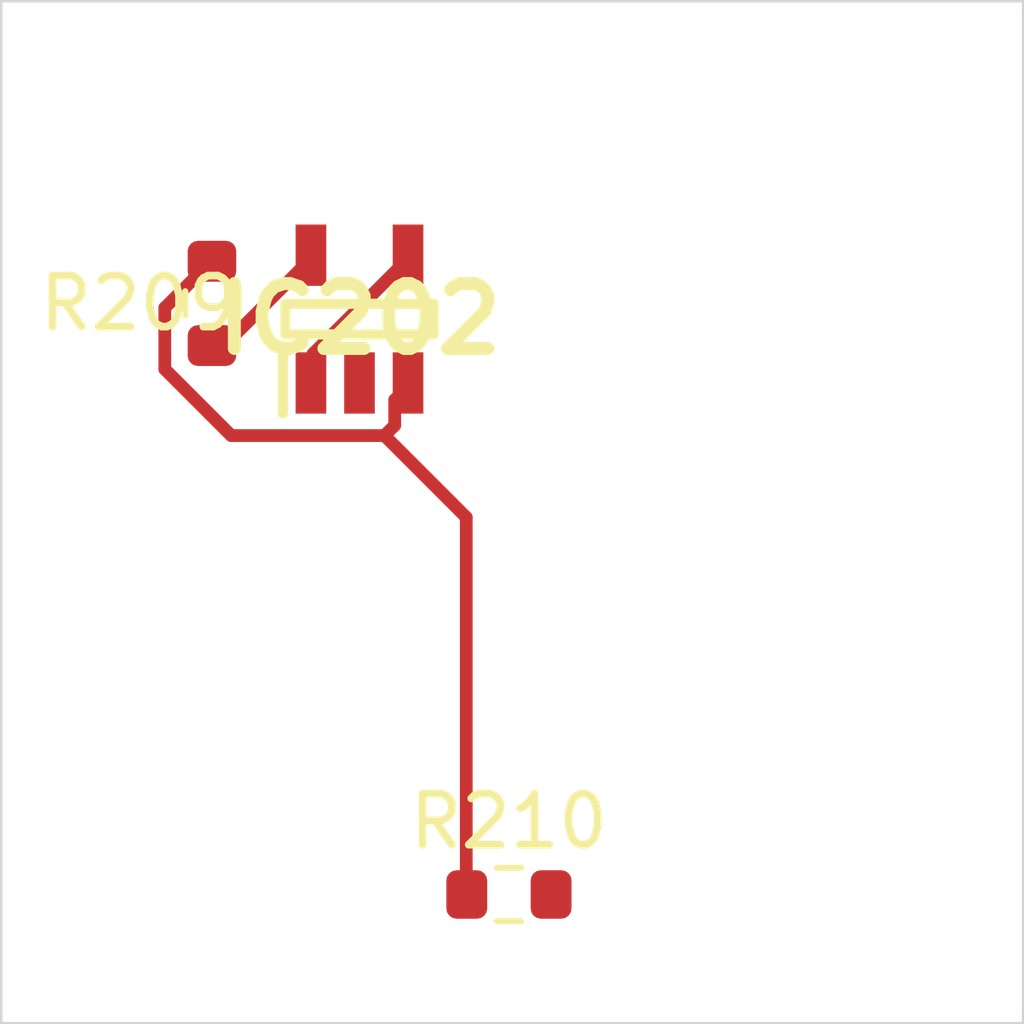
<source format=kicad_pcb>
 ( kicad_pcb  ( version 20171130 )
 ( host pcbnew 5.1.12-84ad8e8a86~92~ubuntu18.04.1 )
 ( general  ( thickness 1.6 )
 ( drawings 4 )
 ( tracks 0 )
 ( zones 0 )
 ( modules 3 )
 ( nets 5 )
)
 ( page A4 )
 ( layers  ( 0 F.Cu signal )
 ( 31 B.Cu signal )
 ( 32 B.Adhes user )
 ( 33 F.Adhes user )
 ( 34 B.Paste user )
 ( 35 F.Paste user )
 ( 36 B.SilkS user )
 ( 37 F.SilkS user )
 ( 38 B.Mask user )
 ( 39 F.Mask user )
 ( 40 Dwgs.User user )
 ( 41 Cmts.User user )
 ( 42 Eco1.User user )
 ( 43 Eco2.User user )
 ( 44 Edge.Cuts user )
 ( 45 Margin user )
 ( 46 B.CrtYd user )
 ( 47 F.CrtYd user )
 ( 48 B.Fab user )
 ( 49 F.Fab user )
)
 ( setup  ( last_trace_width 0.25 )
 ( trace_clearance 0.2 )
 ( zone_clearance 0.508 )
 ( zone_45_only no )
 ( trace_min 0.2 )
 ( via_size 0.8 )
 ( via_drill 0.4 )
 ( via_min_size 0.4 )
 ( via_min_drill 0.3 )
 ( uvia_size 0.3 )
 ( uvia_drill 0.1 )
 ( uvias_allowed no )
 ( uvia_min_size 0.2 )
 ( uvia_min_drill 0.1 )
 ( edge_width 0.05 )
 ( segment_width 0.2 )
 ( pcb_text_width 0.3 )
 ( pcb_text_size 1.5 1.5 )
 ( mod_edge_width 0.12 )
 ( mod_text_size 1 1 )
 ( mod_text_width 0.15 )
 ( pad_size 1.524 1.524 )
 ( pad_drill 0.762 )
 ( pad_to_mask_clearance 0 )
 ( aux_axis_origin 0 0 )
 ( visible_elements FFFFFF7F )
 ( pcbplotparams  ( layerselection 0x010fc_ffffffff )
 ( usegerberextensions false )
 ( usegerberattributes true )
 ( usegerberadvancedattributes true )
 ( creategerberjobfile true )
 ( excludeedgelayer true )
 ( linewidth 0.100000 )
 ( plotframeref false )
 ( viasonmask false )
 ( mode 1 )
 ( useauxorigin false )
 ( hpglpennumber 1 )
 ( hpglpenspeed 20 )
 ( hpglpendiameter 15.000000 )
 ( psnegative false )
 ( psa4output false )
 ( plotreference true )
 ( plotvalue true )
 ( plotinvisibletext false )
 ( padsonsilk false )
 ( subtractmaskfromsilk false )
 ( outputformat 1 )
 ( mirror false )
 ( drillshape 1 )
 ( scaleselection 1 )
 ( outputdirectory "" )
)
)
 ( net 0 "" )
 ( net 1 GND )
 ( net 2 VDDA )
 ( net 3 /Sheet6235D886/vp )
 ( net 4 "Net-(IC202-Pad3)" )
 ( net_class Default "This is the default net class."  ( clearance 0.2 )
 ( trace_width 0.25 )
 ( via_dia 0.8 )
 ( via_drill 0.4 )
 ( uvia_dia 0.3 )
 ( uvia_drill 0.1 )
 ( add_net /Sheet6235D886/vp )
 ( add_net GND )
 ( add_net "Net-(IC202-Pad3)" )
 ( add_net VDDA )
)
 ( module SOT95P280X145-5N locked  ( layer F.Cu )
 ( tedit 62336ED7 )
 ( tstamp 623423ED )
 ( at 87.010600 106.220000 90.000000 )
 ( descr DBV0005A )
 ( tags "Integrated Circuit" )
 ( path /6235D887/6266C08E )
 ( attr smd )
 ( fp_text reference IC202  ( at 0 0 )
 ( layer F.SilkS )
 ( effects  ( font  ( size 1.27 1.27 )
 ( thickness 0.254 )
)
)
)
 ( fp_text value TL071HIDBVR  ( at 0 0 )
 ( layer F.SilkS )
hide  ( effects  ( font  ( size 1.27 1.27 )
 ( thickness 0.254 )
)
)
)
 ( fp_line  ( start -1.85 -1.5 )
 ( end -0.65 -1.5 )
 ( layer F.SilkS )
 ( width 0.2 )
)
 ( fp_line  ( start -0.3 1.45 )
 ( end -0.3 -1.45 )
 ( layer F.SilkS )
 ( width 0.2 )
)
 ( fp_line  ( start 0.3 1.45 )
 ( end -0.3 1.45 )
 ( layer F.SilkS )
 ( width 0.2 )
)
 ( fp_line  ( start 0.3 -1.45 )
 ( end 0.3 1.45 )
 ( layer F.SilkS )
 ( width 0.2 )
)
 ( fp_line  ( start -0.3 -1.45 )
 ( end 0.3 -1.45 )
 ( layer F.SilkS )
 ( width 0.2 )
)
 ( fp_line  ( start -0.8 -0.5 )
 ( end 0.15 -1.45 )
 ( layer Dwgs.User )
 ( width 0.1 )
)
 ( fp_line  ( start -0.8 1.45 )
 ( end -0.8 -1.45 )
 ( layer Dwgs.User )
 ( width 0.1 )
)
 ( fp_line  ( start 0.8 1.45 )
 ( end -0.8 1.45 )
 ( layer Dwgs.User )
 ( width 0.1 )
)
 ( fp_line  ( start 0.8 -1.45 )
 ( end 0.8 1.45 )
 ( layer Dwgs.User )
 ( width 0.1 )
)
 ( fp_line  ( start -0.8 -1.45 )
 ( end 0.8 -1.45 )
 ( layer Dwgs.User )
 ( width 0.1 )
)
 ( fp_line  ( start -2.1 1.775 )
 ( end -2.1 -1.775 )
 ( layer Dwgs.User )
 ( width 0.05 )
)
 ( fp_line  ( start 2.1 1.775 )
 ( end -2.1 1.775 )
 ( layer Dwgs.User )
 ( width 0.05 )
)
 ( fp_line  ( start 2.1 -1.775 )
 ( end 2.1 1.775 )
 ( layer Dwgs.User )
 ( width 0.05 )
)
 ( fp_line  ( start -2.1 -1.775 )
 ( end 2.1 -1.775 )
 ( layer Dwgs.User )
 ( width 0.05 )
)
 ( pad 1 smd rect  ( at -1.25 -0.95 180.000000 )
 ( size 0.6 1.2 )
 ( layers F.Cu F.Mask F.Paste )
 ( net 3 /Sheet6235D886/vp )
)
 ( pad 2 smd rect  ( at -1.25 0 180.000000 )
 ( size 0.6 1.2 )
 ( layers F.Cu F.Mask F.Paste )
 ( net 1 GND )
)
 ( pad 3 smd rect  ( at -1.25 0.95 180.000000 )
 ( size 0.6 1.2 )
 ( layers F.Cu F.Mask F.Paste )
 ( net 4 "Net-(IC202-Pad3)" )
)
 ( pad 4 smd rect  ( at 1.25 0.95 180.000000 )
 ( size 0.6 1.2 )
 ( layers F.Cu F.Mask F.Paste )
 ( net 3 /Sheet6235D886/vp )
)
 ( pad 5 smd rect  ( at 1.25 -0.95 180.000000 )
 ( size 0.6 1.2 )
 ( layers F.Cu F.Mask F.Paste )
 ( net 2 VDDA )
)
)
 ( module Resistor_SMD:R_0603_1608Metric  ( layer F.Cu )
 ( tedit 5F68FEEE )
 ( tstamp 62342595 )
 ( at 84.123000 105.913000 90.000000 )
 ( descr "Resistor SMD 0603 (1608 Metric), square (rectangular) end terminal, IPC_7351 nominal, (Body size source: IPC-SM-782 page 72, https://www.pcb-3d.com/wordpress/wp-content/uploads/ipc-sm-782a_amendment_1_and_2.pdf), generated with kicad-footprint-generator" )
 ( tags resistor )
 ( path /6235D887/623CDBD9 )
 ( attr smd )
 ( fp_text reference R209  ( at 0 -1.43 )
 ( layer F.SilkS )
 ( effects  ( font  ( size 1 1 )
 ( thickness 0.15 )
)
)
)
 ( fp_text value 100k  ( at 0 1.43 )
 ( layer F.Fab )
 ( effects  ( font  ( size 1 1 )
 ( thickness 0.15 )
)
)
)
 ( fp_line  ( start -0.8 0.4125 )
 ( end -0.8 -0.4125 )
 ( layer F.Fab )
 ( width 0.1 )
)
 ( fp_line  ( start -0.8 -0.4125 )
 ( end 0.8 -0.4125 )
 ( layer F.Fab )
 ( width 0.1 )
)
 ( fp_line  ( start 0.8 -0.4125 )
 ( end 0.8 0.4125 )
 ( layer F.Fab )
 ( width 0.1 )
)
 ( fp_line  ( start 0.8 0.4125 )
 ( end -0.8 0.4125 )
 ( layer F.Fab )
 ( width 0.1 )
)
 ( fp_line  ( start -0.237258 -0.5225 )
 ( end 0.237258 -0.5225 )
 ( layer F.SilkS )
 ( width 0.12 )
)
 ( fp_line  ( start -0.237258 0.5225 )
 ( end 0.237258 0.5225 )
 ( layer F.SilkS )
 ( width 0.12 )
)
 ( fp_line  ( start -1.48 0.73 )
 ( end -1.48 -0.73 )
 ( layer F.CrtYd )
 ( width 0.05 )
)
 ( fp_line  ( start -1.48 -0.73 )
 ( end 1.48 -0.73 )
 ( layer F.CrtYd )
 ( width 0.05 )
)
 ( fp_line  ( start 1.48 -0.73 )
 ( end 1.48 0.73 )
 ( layer F.CrtYd )
 ( width 0.05 )
)
 ( fp_line  ( start 1.48 0.73 )
 ( end -1.48 0.73 )
 ( layer F.CrtYd )
 ( width 0.05 )
)
 ( fp_text user %R  ( at 0 0 )
 ( layer F.Fab )
 ( effects  ( font  ( size 0.4 0.4 )
 ( thickness 0.06 )
)
)
)
 ( pad 1 smd roundrect  ( at -0.825 0 90.000000 )
 ( size 0.8 0.95 )
 ( layers F.Cu F.Mask F.Paste )
 ( roundrect_rratio 0.25 )
 ( net 2 VDDA )
)
 ( pad 2 smd roundrect  ( at 0.825 0 90.000000 )
 ( size 0.8 0.95 )
 ( layers F.Cu F.Mask F.Paste )
 ( roundrect_rratio 0.25 )
 ( net 4 "Net-(IC202-Pad3)" )
)
 ( model ${KISYS3DMOD}/Resistor_SMD.3dshapes/R_0603_1608Metric.wrl  ( at  ( xyz 0 0 0 )
)
 ( scale  ( xyz 1 1 1 )
)
 ( rotate  ( xyz 0 0 0 )
)
)
)
 ( module Resistor_SMD:R_0603_1608Metric  ( layer F.Cu )
 ( tedit 5F68FEEE )
 ( tstamp 623425A6 )
 ( at 89.935300 117.481000 )
 ( descr "Resistor SMD 0603 (1608 Metric), square (rectangular) end terminal, IPC_7351 nominal, (Body size source: IPC-SM-782 page 72, https://www.pcb-3d.com/wordpress/wp-content/uploads/ipc-sm-782a_amendment_1_and_2.pdf), generated with kicad-footprint-generator" )
 ( tags resistor )
 ( path /6235D887/623CDBDF )
 ( attr smd )
 ( fp_text reference R210  ( at 0 -1.43 )
 ( layer F.SilkS )
 ( effects  ( font  ( size 1 1 )
 ( thickness 0.15 )
)
)
)
 ( fp_text value 100k  ( at 0 1.43 )
 ( layer F.Fab )
 ( effects  ( font  ( size 1 1 )
 ( thickness 0.15 )
)
)
)
 ( fp_line  ( start 1.48 0.73 )
 ( end -1.48 0.73 )
 ( layer F.CrtYd )
 ( width 0.05 )
)
 ( fp_line  ( start 1.48 -0.73 )
 ( end 1.48 0.73 )
 ( layer F.CrtYd )
 ( width 0.05 )
)
 ( fp_line  ( start -1.48 -0.73 )
 ( end 1.48 -0.73 )
 ( layer F.CrtYd )
 ( width 0.05 )
)
 ( fp_line  ( start -1.48 0.73 )
 ( end -1.48 -0.73 )
 ( layer F.CrtYd )
 ( width 0.05 )
)
 ( fp_line  ( start -0.237258 0.5225 )
 ( end 0.237258 0.5225 )
 ( layer F.SilkS )
 ( width 0.12 )
)
 ( fp_line  ( start -0.237258 -0.5225 )
 ( end 0.237258 -0.5225 )
 ( layer F.SilkS )
 ( width 0.12 )
)
 ( fp_line  ( start 0.8 0.4125 )
 ( end -0.8 0.4125 )
 ( layer F.Fab )
 ( width 0.1 )
)
 ( fp_line  ( start 0.8 -0.4125 )
 ( end 0.8 0.4125 )
 ( layer F.Fab )
 ( width 0.1 )
)
 ( fp_line  ( start -0.8 -0.4125 )
 ( end 0.8 -0.4125 )
 ( layer F.Fab )
 ( width 0.1 )
)
 ( fp_line  ( start -0.8 0.4125 )
 ( end -0.8 -0.4125 )
 ( layer F.Fab )
 ( width 0.1 )
)
 ( fp_text user %R  ( at 0 0 )
 ( layer F.Fab )
 ( effects  ( font  ( size 0.4 0.4 )
 ( thickness 0.06 )
)
)
)
 ( pad 2 smd roundrect  ( at 0.825 0 )
 ( size 0.8 0.95 )
 ( layers F.Cu F.Mask F.Paste )
 ( roundrect_rratio 0.25 )
 ( net 1 GND )
)
 ( pad 1 smd roundrect  ( at -0.825 0 )
 ( size 0.8 0.95 )
 ( layers F.Cu F.Mask F.Paste )
 ( roundrect_rratio 0.25 )
 ( net 4 "Net-(IC202-Pad3)" )
)
 ( model ${KISYS3DMOD}/Resistor_SMD.3dshapes/R_0603_1608Metric.wrl  ( at  ( xyz 0 0 0 )
)
 ( scale  ( xyz 1 1 1 )
)
 ( rotate  ( xyz 0 0 0 )
)
)
)
 ( gr_line  ( start 100 100 )
 ( end 100 120 )
 ( layer Edge.Cuts )
 ( width 0.05 )
 ( tstamp 62E770C4 )
)
 ( gr_line  ( start 80 120 )
 ( end 100 120 )
 ( layer Edge.Cuts )
 ( width 0.05 )
 ( tstamp 62E770C0 )
)
 ( gr_line  ( start 80 100 )
 ( end 100 100 )
 ( layer Edge.Cuts )
 ( width 0.05 )
 ( tstamp 6234110C )
)
 ( gr_line  ( start 80 100 )
 ( end 80 120 )
 ( layer Edge.Cuts )
 ( width 0.05 )
)
 ( segment  ( start 84.100001 106.700002 )
 ( end 84.400001 106.700002 )
 ( width 0.250000 )
 ( layer F.Cu )
 ( net 2 )
)
 ( segment  ( start 84.400001 106.700002 )
 ( end 86.100001 105.000002 )
 ( width 0.250000 )
 ( layer F.Cu )
 ( net 2 )
)
 ( segment  ( start 88.000001 105.000002 )
 ( end 86.100001 106.900002 )
 ( width 0.250000 )
 ( layer F.Cu )
 ( net 3 )
)
 ( segment  ( start 86.100001 106.900002 )
 ( end 86.100001 107.500002 )
 ( width 0.250000 )
 ( layer F.Cu )
 ( net 3 )
)
 ( segment  ( start 84.100001 105.100002 )
 ( end 83.200001 106.000002 )
 ( width 0.250000 )
 ( layer F.Cu )
 ( net 4 )
)
 ( segment  ( start 83.200001 106.000002 )
 ( end 83.200001 107.200002 )
 ( width 0.250000 )
 ( layer F.Cu )
 ( net 4 )
)
 ( segment  ( start 83.200001 107.200002 )
 ( end 84.500001 108.500002 )
 ( width 0.250000 )
 ( layer F.Cu )
 ( net 4 )
)
 ( segment  ( start 84.500001 108.500002 )
 ( end 87.500001 108.500002 )
 ( width 0.250000 )
 ( layer F.Cu )
 ( net 4 )
)
 ( segment  ( start 87.500001 108.500002 )
 ( end 87.700001 108.300002 )
 ( width 0.250000 )
 ( layer F.Cu )
 ( net 4 )
)
 ( segment  ( start 87.700001 108.300002 )
 ( end 87.700001 107.800002 )
 ( width 0.250000 )
 ( layer F.Cu )
 ( net 4 )
)
 ( segment  ( start 87.700001 107.800002 )
 ( end 88.000001 107.500002 )
 ( width 0.250000 )
 ( layer F.Cu )
 ( net 4 )
)
 ( segment  ( start 89.100001 117.500002 )
 ( end 89.100001 110.100002 )
 ( width 0.250000 )
 ( layer F.Cu )
 ( net 4 )
)
 ( segment  ( start 89.100001 110.100002 )
 ( end 87.500001 108.500002 )
 ( width 0.250000 )
 ( layer F.Cu )
 ( net 4 )
)
)

</source>
